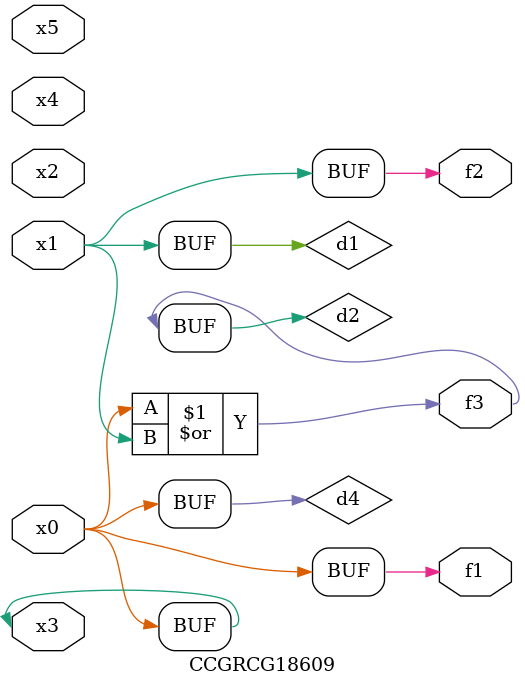
<source format=v>
module CCGRCG18609(
	input x0, x1, x2, x3, x4, x5,
	output f1, f2, f3
);

	wire d1, d2, d3, d4;

	and (d1, x1);
	or (d2, x0, x1);
	nand (d3, x0, x5);
	buf (d4, x0, x3);
	assign f1 = d4;
	assign f2 = d1;
	assign f3 = d2;
endmodule

</source>
